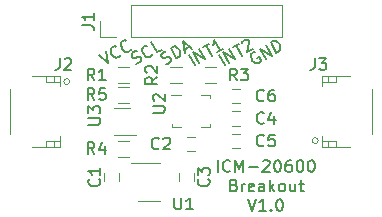
<source format=gto>
G04 #@! TF.FileFunction,Legend,Top*
%FSLAX46Y46*%
G04 Gerber Fmt 4.6, Leading zero omitted, Abs format (unit mm)*
G04 Created by KiCad (PCBNEW 4.0.7) date 08/23/19 12:17:46*
%MOMM*%
%LPD*%
G01*
G04 APERTURE LIST*
%ADD10C,0.100000*%
%ADD11C,0.150000*%
%ADD12C,0.120000*%
G04 APERTURE END LIST*
D10*
D11*
X154051191Y-109688381D02*
X154384524Y-110688381D01*
X154717858Y-109688381D01*
X155575001Y-110688381D02*
X155003572Y-110688381D01*
X155289286Y-110688381D02*
X155289286Y-109688381D01*
X155194048Y-109831238D01*
X155098810Y-109926476D01*
X155003572Y-109974095D01*
X156003572Y-110593143D02*
X156051191Y-110640762D01*
X156003572Y-110688381D01*
X155955953Y-110640762D01*
X156003572Y-110593143D01*
X156003572Y-110688381D01*
X156670238Y-109688381D02*
X156765477Y-109688381D01*
X156860715Y-109736000D01*
X156908334Y-109783619D01*
X156955953Y-109878857D01*
X157003572Y-110069333D01*
X157003572Y-110307429D01*
X156955953Y-110497905D01*
X156908334Y-110593143D01*
X156860715Y-110640762D01*
X156765477Y-110688381D01*
X156670238Y-110688381D01*
X156575000Y-110640762D01*
X156527381Y-110593143D01*
X156479762Y-110497905D01*
X156432143Y-110307429D01*
X156432143Y-110069333D01*
X156479762Y-109878857D01*
X156527381Y-109783619D01*
X156575000Y-109736000D01*
X156670238Y-109688381D01*
X152860714Y-108513571D02*
X153003571Y-108561190D01*
X153051190Y-108608810D01*
X153098809Y-108704048D01*
X153098809Y-108846905D01*
X153051190Y-108942143D01*
X153003571Y-108989762D01*
X152908333Y-109037381D01*
X152527380Y-109037381D01*
X152527380Y-108037381D01*
X152860714Y-108037381D01*
X152955952Y-108085000D01*
X153003571Y-108132619D01*
X153051190Y-108227857D01*
X153051190Y-108323095D01*
X153003571Y-108418333D01*
X152955952Y-108465952D01*
X152860714Y-108513571D01*
X152527380Y-108513571D01*
X153527380Y-109037381D02*
X153527380Y-108370714D01*
X153527380Y-108561190D02*
X153574999Y-108465952D01*
X153622618Y-108418333D01*
X153717856Y-108370714D01*
X153813095Y-108370714D01*
X154527381Y-108989762D02*
X154432143Y-109037381D01*
X154241666Y-109037381D01*
X154146428Y-108989762D01*
X154098809Y-108894524D01*
X154098809Y-108513571D01*
X154146428Y-108418333D01*
X154241666Y-108370714D01*
X154432143Y-108370714D01*
X154527381Y-108418333D01*
X154575000Y-108513571D01*
X154575000Y-108608810D01*
X154098809Y-108704048D01*
X155432143Y-109037381D02*
X155432143Y-108513571D01*
X155384524Y-108418333D01*
X155289286Y-108370714D01*
X155098809Y-108370714D01*
X155003571Y-108418333D01*
X155432143Y-108989762D02*
X155336905Y-109037381D01*
X155098809Y-109037381D01*
X155003571Y-108989762D01*
X154955952Y-108894524D01*
X154955952Y-108799286D01*
X155003571Y-108704048D01*
X155098809Y-108656429D01*
X155336905Y-108656429D01*
X155432143Y-108608810D01*
X155908333Y-109037381D02*
X155908333Y-108037381D01*
X156003571Y-108656429D02*
X156289286Y-109037381D01*
X156289286Y-108370714D02*
X155908333Y-108751667D01*
X156860714Y-109037381D02*
X156765476Y-108989762D01*
X156717857Y-108942143D01*
X156670238Y-108846905D01*
X156670238Y-108561190D01*
X156717857Y-108465952D01*
X156765476Y-108418333D01*
X156860714Y-108370714D01*
X157003572Y-108370714D01*
X157098810Y-108418333D01*
X157146429Y-108465952D01*
X157194048Y-108561190D01*
X157194048Y-108846905D01*
X157146429Y-108942143D01*
X157098810Y-108989762D01*
X157003572Y-109037381D01*
X156860714Y-109037381D01*
X158051191Y-108370714D02*
X158051191Y-109037381D01*
X157622619Y-108370714D02*
X157622619Y-108894524D01*
X157670238Y-108989762D01*
X157765476Y-109037381D01*
X157908334Y-109037381D01*
X158003572Y-108989762D01*
X158051191Y-108942143D01*
X158384524Y-108370714D02*
X158765476Y-108370714D01*
X158527381Y-108037381D02*
X158527381Y-108894524D01*
X158575000Y-108989762D01*
X158670238Y-109037381D01*
X158765476Y-109037381D01*
X151503572Y-107386381D02*
X151503572Y-106386381D01*
X152551191Y-107291143D02*
X152503572Y-107338762D01*
X152360715Y-107386381D01*
X152265477Y-107386381D01*
X152122619Y-107338762D01*
X152027381Y-107243524D01*
X151979762Y-107148286D01*
X151932143Y-106957810D01*
X151932143Y-106814952D01*
X151979762Y-106624476D01*
X152027381Y-106529238D01*
X152122619Y-106434000D01*
X152265477Y-106386381D01*
X152360715Y-106386381D01*
X152503572Y-106434000D01*
X152551191Y-106481619D01*
X152979762Y-107386381D02*
X152979762Y-106386381D01*
X153313096Y-107100667D01*
X153646429Y-106386381D01*
X153646429Y-107386381D01*
X154122619Y-107005429D02*
X154884524Y-107005429D01*
X155313095Y-106481619D02*
X155360714Y-106434000D01*
X155455952Y-106386381D01*
X155694048Y-106386381D01*
X155789286Y-106434000D01*
X155836905Y-106481619D01*
X155884524Y-106576857D01*
X155884524Y-106672095D01*
X155836905Y-106814952D01*
X155265476Y-107386381D01*
X155884524Y-107386381D01*
X156503571Y-106386381D02*
X156598810Y-106386381D01*
X156694048Y-106434000D01*
X156741667Y-106481619D01*
X156789286Y-106576857D01*
X156836905Y-106767333D01*
X156836905Y-107005429D01*
X156789286Y-107195905D01*
X156741667Y-107291143D01*
X156694048Y-107338762D01*
X156598810Y-107386381D01*
X156503571Y-107386381D01*
X156408333Y-107338762D01*
X156360714Y-107291143D01*
X156313095Y-107195905D01*
X156265476Y-107005429D01*
X156265476Y-106767333D01*
X156313095Y-106576857D01*
X156360714Y-106481619D01*
X156408333Y-106434000D01*
X156503571Y-106386381D01*
X157694048Y-106386381D02*
X157503571Y-106386381D01*
X157408333Y-106434000D01*
X157360714Y-106481619D01*
X157265476Y-106624476D01*
X157217857Y-106814952D01*
X157217857Y-107195905D01*
X157265476Y-107291143D01*
X157313095Y-107338762D01*
X157408333Y-107386381D01*
X157598810Y-107386381D01*
X157694048Y-107338762D01*
X157741667Y-107291143D01*
X157789286Y-107195905D01*
X157789286Y-106957810D01*
X157741667Y-106862571D01*
X157694048Y-106814952D01*
X157598810Y-106767333D01*
X157408333Y-106767333D01*
X157313095Y-106814952D01*
X157265476Y-106862571D01*
X157217857Y-106957810D01*
X158408333Y-106386381D02*
X158503572Y-106386381D01*
X158598810Y-106434000D01*
X158646429Y-106481619D01*
X158694048Y-106576857D01*
X158741667Y-106767333D01*
X158741667Y-107005429D01*
X158694048Y-107195905D01*
X158646429Y-107291143D01*
X158598810Y-107338762D01*
X158503572Y-107386381D01*
X158408333Y-107386381D01*
X158313095Y-107338762D01*
X158265476Y-107291143D01*
X158217857Y-107195905D01*
X158170238Y-107005429D01*
X158170238Y-106767333D01*
X158217857Y-106576857D01*
X158265476Y-106481619D01*
X158313095Y-106434000D01*
X158408333Y-106386381D01*
X159360714Y-106386381D02*
X159455953Y-106386381D01*
X159551191Y-106434000D01*
X159598810Y-106481619D01*
X159646429Y-106576857D01*
X159694048Y-106767333D01*
X159694048Y-107005429D01*
X159646429Y-107195905D01*
X159598810Y-107291143D01*
X159551191Y-107338762D01*
X159455953Y-107386381D01*
X159360714Y-107386381D01*
X159265476Y-107338762D01*
X159217857Y-107291143D01*
X159170238Y-107195905D01*
X159122619Y-107005429D01*
X159122619Y-106767333D01*
X159170238Y-106576857D01*
X159217857Y-106481619D01*
X159265476Y-106434000D01*
X159360714Y-106386381D01*
X141446490Y-97474415D02*
X142235165Y-98173773D01*
X142023841Y-97141081D01*
X143259769Y-97472247D02*
X143242339Y-97537296D01*
X143142431Y-97649963D01*
X143059952Y-97697582D01*
X142912424Y-97727772D01*
X142782326Y-97692913D01*
X142693468Y-97634244D01*
X142556991Y-97493096D01*
X142485562Y-97369377D01*
X142431563Y-97180611D01*
X142425183Y-97074323D01*
X142460043Y-96944225D01*
X142559952Y-96831557D01*
X142642431Y-96783938D01*
X142789958Y-96753749D01*
X142855007Y-96771179D01*
X144125794Y-96972247D02*
X144108364Y-97037296D01*
X144008456Y-97149963D01*
X143925978Y-97197582D01*
X143778449Y-97227772D01*
X143648352Y-97192913D01*
X143559494Y-97134244D01*
X143423016Y-96993096D01*
X143351587Y-96869377D01*
X143297589Y-96680611D01*
X143291209Y-96574323D01*
X143326068Y-96444225D01*
X143425978Y-96331557D01*
X143508456Y-96283938D01*
X143655983Y-96253749D01*
X143721032Y-96271179D01*
X144586399Y-98227772D02*
X144733926Y-98197583D01*
X144940123Y-98078535D01*
X144998792Y-97989677D01*
X145016222Y-97924628D01*
X145009842Y-97818340D01*
X144962223Y-97735861D01*
X144873365Y-97677192D01*
X144808316Y-97659763D01*
X144702028Y-97666141D01*
X144513260Y-97720141D01*
X144406972Y-97726520D01*
X144341923Y-97709091D01*
X144253065Y-97650422D01*
X144205446Y-97567943D01*
X144199066Y-97461655D01*
X144216496Y-97396606D01*
X144275165Y-97307748D01*
X144481362Y-97188700D01*
X144628890Y-97158511D01*
X145923486Y-97400818D02*
X145906057Y-97465867D01*
X145806148Y-97578535D01*
X145723670Y-97626154D01*
X145576142Y-97656344D01*
X145446044Y-97621484D01*
X145357186Y-97562815D01*
X145220709Y-97421668D01*
X145149280Y-97297949D01*
X145095281Y-97109182D01*
X145088901Y-97002894D01*
X145123761Y-96872797D01*
X145223670Y-96760129D01*
X145306148Y-96712510D01*
X145453676Y-96682320D01*
X145518724Y-96699750D01*
X146754652Y-97030916D02*
X146342259Y-97269011D01*
X145842259Y-96402986D01*
X147105778Y-98239677D02*
X147253306Y-98209488D01*
X147459503Y-98090440D01*
X147518172Y-98001582D01*
X147535602Y-97936533D01*
X147529222Y-97830245D01*
X147481603Y-97747766D01*
X147392745Y-97689097D01*
X147327696Y-97671668D01*
X147221407Y-97678046D01*
X147032640Y-97732046D01*
X146926352Y-97738425D01*
X146861303Y-97720996D01*
X146772445Y-97662327D01*
X146724826Y-97579848D01*
X146718446Y-97473560D01*
X146735876Y-97408511D01*
X146794545Y-97319653D01*
X147000742Y-97200605D01*
X147148270Y-97170416D01*
X147995613Y-97780916D02*
X147495613Y-96914891D01*
X147701810Y-96795844D01*
X147849338Y-96765654D01*
X147979435Y-96800513D01*
X148068294Y-96859182D01*
X148204771Y-97000330D01*
X148276200Y-97124049D01*
X148330199Y-97312815D01*
X148336578Y-97419103D01*
X148301719Y-97549201D01*
X148201810Y-97661869D01*
X147995613Y-97780916D01*
X148677543Y-97057290D02*
X149089936Y-96819195D01*
X148737921Y-97352345D02*
X148526596Y-96319653D01*
X149315272Y-97019011D01*
X149525251Y-98364249D02*
X149025251Y-97498224D01*
X149937644Y-98126154D02*
X149437644Y-97260129D01*
X150432516Y-97840440D01*
X149932516Y-96974415D01*
X150221191Y-96807748D02*
X150716063Y-96522034D01*
X150968626Y-97530916D02*
X150468626Y-96664891D01*
X151958370Y-96959487D02*
X151463498Y-97245202D01*
X151710934Y-97102345D02*
X151210934Y-96236320D01*
X151199884Y-96407656D01*
X151165024Y-96537754D01*
X151106355Y-96626612D01*
X152065251Y-98364249D02*
X151565251Y-97498224D01*
X152477644Y-98126154D02*
X151977644Y-97260129D01*
X152972516Y-97840440D01*
X152472516Y-96974415D01*
X152761191Y-96807748D02*
X153256063Y-96522034D01*
X153508626Y-97530916D02*
X153008626Y-96664891D01*
X153551117Y-96461655D02*
X153568547Y-96396606D01*
X153627216Y-96307748D01*
X153833413Y-96188700D01*
X153939701Y-96182320D01*
X154004750Y-96199750D01*
X154093608Y-96258419D01*
X154141227Y-96340898D01*
X154171416Y-96488425D01*
X153962259Y-97269011D01*
X154498370Y-96959487D01*
X154665172Y-97229939D02*
X154558884Y-97236319D01*
X154435166Y-97307748D01*
X154335257Y-97420416D01*
X154300397Y-97550513D01*
X154306777Y-97656801D01*
X154360776Y-97845568D01*
X154432205Y-97969287D01*
X154568682Y-98110434D01*
X154657540Y-98169103D01*
X154787638Y-98203963D01*
X154935166Y-98173773D01*
X155017644Y-98126154D01*
X155117553Y-98013486D01*
X155134983Y-97948437D01*
X154968316Y-97659763D01*
X154803359Y-97755001D01*
X155553755Y-97816630D02*
X155053755Y-96950605D01*
X156048627Y-97530916D01*
X155548627Y-96664891D01*
X156461020Y-97292821D02*
X155961020Y-96426796D01*
X156167216Y-96307748D01*
X156314744Y-96277558D01*
X156444842Y-96312418D01*
X156533700Y-96371087D01*
X156670177Y-96512234D01*
X156741606Y-96635953D01*
X156795605Y-96824720D01*
X156801985Y-96931008D01*
X156767125Y-97061105D01*
X156667216Y-97173773D01*
X156461020Y-97292821D01*
D12*
X141894000Y-108173000D02*
X141894000Y-107473000D01*
X143094000Y-107473000D02*
X143094000Y-108173000D01*
X149575000Y-105629000D02*
X148875000Y-105629000D01*
X148875000Y-104429000D02*
X149575000Y-104429000D01*
X148244000Y-108173000D02*
X148244000Y-107473000D01*
X149444000Y-107473000D02*
X149444000Y-108173000D01*
X153385000Y-103470000D02*
X152685000Y-103470000D01*
X152685000Y-102270000D02*
X153385000Y-102270000D01*
X153385000Y-105375000D02*
X152685000Y-105375000D01*
X152685000Y-104175000D02*
X153385000Y-104175000D01*
X153385000Y-101565000D02*
X152685000Y-101565000D01*
X152685000Y-100365000D02*
X153385000Y-100365000D01*
X156905000Y-95945000D02*
X156905000Y-93285000D01*
X144145000Y-95945000D02*
X156905000Y-95945000D01*
X144145000Y-93285000D02*
X156905000Y-93285000D01*
X144145000Y-95945000D02*
X144145000Y-93285000D01*
X142875000Y-95945000D02*
X141545000Y-95945000D01*
X141545000Y-95945000D02*
X141545000Y-94615000D01*
X138962500Y-99735000D02*
G75*
G03X138962500Y-99735000I-250000J0D01*
G01*
X133887500Y-100335000D02*
X133887500Y-104135000D01*
X135787500Y-99235000D02*
X138137500Y-99235000D01*
X138137500Y-99235000D02*
X138137500Y-100135000D01*
X138137500Y-99735000D02*
X136937500Y-99735000D01*
X136937500Y-99735000D02*
X136937500Y-99735000D01*
X136937500Y-99735000D02*
X138137500Y-99735000D01*
X138137500Y-99735000D02*
X138137500Y-99735000D01*
X137637500Y-99735000D02*
X137637500Y-99735000D01*
X137637500Y-99735000D02*
X137637500Y-99235000D01*
X137637500Y-99235000D02*
X137637500Y-99235000D01*
X137637500Y-99235000D02*
X137637500Y-99735000D01*
X136937500Y-99735000D02*
X136937500Y-99735000D01*
X136937500Y-99735000D02*
X136937500Y-99235000D01*
X136937500Y-99235000D02*
X136937500Y-99235000D01*
X136937500Y-99235000D02*
X136937500Y-99735000D01*
X135787500Y-105235000D02*
X138137500Y-105235000D01*
X138137500Y-105235000D02*
X138137500Y-104335000D01*
X138137500Y-104735000D02*
X136937500Y-104735000D01*
X136937500Y-104735000D02*
X136937500Y-104735000D01*
X136937500Y-104735000D02*
X138137500Y-104735000D01*
X138137500Y-104735000D02*
X138137500Y-104735000D01*
X137637500Y-104735000D02*
X137637500Y-104735000D01*
X137637500Y-104735000D02*
X137637500Y-105235000D01*
X137637500Y-105235000D02*
X137637500Y-105235000D01*
X137637500Y-105235000D02*
X137637500Y-104735000D01*
X136937500Y-104735000D02*
X136937500Y-104735000D01*
X136937500Y-104735000D02*
X136937500Y-105235000D01*
X136937500Y-105235000D02*
X136937500Y-105235000D01*
X136937500Y-105235000D02*
X136937500Y-104735000D01*
X159987500Y-104735000D02*
G75*
G03X159987500Y-104735000I-250000J0D01*
G01*
X164562500Y-104135000D02*
X164562500Y-100335000D01*
X162662500Y-105235000D02*
X160312500Y-105235000D01*
X160312500Y-105235000D02*
X160312500Y-104335000D01*
X160312500Y-104735000D02*
X161512500Y-104735000D01*
X161512500Y-104735000D02*
X161512500Y-104735000D01*
X161512500Y-104735000D02*
X160312500Y-104735000D01*
X160312500Y-104735000D02*
X160312500Y-104735000D01*
X160812500Y-104735000D02*
X160812500Y-104735000D01*
X160812500Y-104735000D02*
X160812500Y-105235000D01*
X160812500Y-105235000D02*
X160812500Y-105235000D01*
X160812500Y-105235000D02*
X160812500Y-104735000D01*
X161512500Y-104735000D02*
X161512500Y-104735000D01*
X161512500Y-104735000D02*
X161512500Y-105235000D01*
X161512500Y-105235000D02*
X161512500Y-105235000D01*
X161512500Y-105235000D02*
X161512500Y-104735000D01*
X162662500Y-99235000D02*
X160312500Y-99235000D01*
X160312500Y-99235000D02*
X160312500Y-100135000D01*
X160312500Y-99735000D02*
X161512500Y-99735000D01*
X161512500Y-99735000D02*
X161512500Y-99735000D01*
X161512500Y-99735000D02*
X160312500Y-99735000D01*
X160312500Y-99735000D02*
X160312500Y-99735000D01*
X160812500Y-99735000D02*
X160812500Y-99735000D01*
X160812500Y-99735000D02*
X160812500Y-99235000D01*
X160812500Y-99235000D02*
X160812500Y-99235000D01*
X160812500Y-99235000D02*
X160812500Y-99735000D01*
X161512500Y-99735000D02*
X161512500Y-99735000D01*
X161512500Y-99735000D02*
X161512500Y-99235000D01*
X161512500Y-99235000D02*
X161512500Y-99235000D01*
X161512500Y-99235000D02*
X161512500Y-99735000D01*
X144010000Y-99867000D02*
X143010000Y-99867000D01*
X143010000Y-98507000D02*
X144010000Y-98507000D01*
X148455000Y-99867000D02*
X147455000Y-99867000D01*
X147455000Y-98507000D02*
X148455000Y-98507000D01*
X150376000Y-98507000D02*
X151376000Y-98507000D01*
X151376000Y-99867000D02*
X150376000Y-99867000D01*
X143010000Y-104730000D02*
X144010000Y-104730000D01*
X144010000Y-106090000D02*
X143010000Y-106090000D01*
X144010000Y-101518000D02*
X143010000Y-101518000D01*
X143010000Y-100158000D02*
X144010000Y-100158000D01*
X144769000Y-109814000D02*
X146569000Y-109814000D01*
X146569000Y-106594000D02*
X144119000Y-106594000D01*
D10*
X147525000Y-100885000D02*
X148345000Y-100885000D01*
X147625000Y-103585000D02*
X148345000Y-103585000D01*
X147625000Y-103585000D02*
X147625000Y-103365000D01*
X150825000Y-103365000D02*
X150825000Y-103585000D01*
X150825000Y-103585000D02*
X150105000Y-103585000D01*
X150105000Y-100885000D02*
X150825000Y-100885000D01*
X150825000Y-100885000D02*
X150825000Y-101105000D01*
D12*
X142683000Y-104284000D02*
X144583000Y-104284000D01*
X144083000Y-101964000D02*
X142683000Y-101964000D01*
D11*
X141454143Y-107989666D02*
X141501762Y-108037285D01*
X141549381Y-108180142D01*
X141549381Y-108275380D01*
X141501762Y-108418238D01*
X141406524Y-108513476D01*
X141311286Y-108561095D01*
X141120810Y-108608714D01*
X140977952Y-108608714D01*
X140787476Y-108561095D01*
X140692238Y-108513476D01*
X140597000Y-108418238D01*
X140549381Y-108275380D01*
X140549381Y-108180142D01*
X140597000Y-108037285D01*
X140644619Y-107989666D01*
X141549381Y-107037285D02*
X141549381Y-107608714D01*
X141549381Y-107323000D02*
X140549381Y-107323000D01*
X140692238Y-107418238D01*
X140787476Y-107513476D01*
X140835095Y-107608714D01*
X146518334Y-105386143D02*
X146470715Y-105433762D01*
X146327858Y-105481381D01*
X146232620Y-105481381D01*
X146089762Y-105433762D01*
X145994524Y-105338524D01*
X145946905Y-105243286D01*
X145899286Y-105052810D01*
X145899286Y-104909952D01*
X145946905Y-104719476D01*
X145994524Y-104624238D01*
X146089762Y-104529000D01*
X146232620Y-104481381D01*
X146327858Y-104481381D01*
X146470715Y-104529000D01*
X146518334Y-104576619D01*
X146899286Y-104576619D02*
X146946905Y-104529000D01*
X147042143Y-104481381D01*
X147280239Y-104481381D01*
X147375477Y-104529000D01*
X147423096Y-104576619D01*
X147470715Y-104671857D01*
X147470715Y-104767095D01*
X147423096Y-104909952D01*
X146851667Y-105481381D01*
X147470715Y-105481381D01*
X150701143Y-107989666D02*
X150748762Y-108037285D01*
X150796381Y-108180142D01*
X150796381Y-108275380D01*
X150748762Y-108418238D01*
X150653524Y-108513476D01*
X150558286Y-108561095D01*
X150367810Y-108608714D01*
X150224952Y-108608714D01*
X150034476Y-108561095D01*
X149939238Y-108513476D01*
X149844000Y-108418238D01*
X149796381Y-108275380D01*
X149796381Y-108180142D01*
X149844000Y-108037285D01*
X149891619Y-107989666D01*
X149796381Y-107656333D02*
X149796381Y-107037285D01*
X150177333Y-107370619D01*
X150177333Y-107227761D01*
X150224952Y-107132523D01*
X150272571Y-107084904D01*
X150367810Y-107037285D01*
X150605905Y-107037285D01*
X150701143Y-107084904D01*
X150748762Y-107132523D01*
X150796381Y-107227761D01*
X150796381Y-107513476D01*
X150748762Y-107608714D01*
X150701143Y-107656333D01*
X155408334Y-103227143D02*
X155360715Y-103274762D01*
X155217858Y-103322381D01*
X155122620Y-103322381D01*
X154979762Y-103274762D01*
X154884524Y-103179524D01*
X154836905Y-103084286D01*
X154789286Y-102893810D01*
X154789286Y-102750952D01*
X154836905Y-102560476D01*
X154884524Y-102465238D01*
X154979762Y-102370000D01*
X155122620Y-102322381D01*
X155217858Y-102322381D01*
X155360715Y-102370000D01*
X155408334Y-102417619D01*
X156265477Y-102655714D02*
X156265477Y-103322381D01*
X156027381Y-102274762D02*
X155789286Y-102989048D01*
X156408334Y-102989048D01*
X155408334Y-105132143D02*
X155360715Y-105179762D01*
X155217858Y-105227381D01*
X155122620Y-105227381D01*
X154979762Y-105179762D01*
X154884524Y-105084524D01*
X154836905Y-104989286D01*
X154789286Y-104798810D01*
X154789286Y-104655952D01*
X154836905Y-104465476D01*
X154884524Y-104370238D01*
X154979762Y-104275000D01*
X155122620Y-104227381D01*
X155217858Y-104227381D01*
X155360715Y-104275000D01*
X155408334Y-104322619D01*
X156313096Y-104227381D02*
X155836905Y-104227381D01*
X155789286Y-104703571D01*
X155836905Y-104655952D01*
X155932143Y-104608333D01*
X156170239Y-104608333D01*
X156265477Y-104655952D01*
X156313096Y-104703571D01*
X156360715Y-104798810D01*
X156360715Y-105036905D01*
X156313096Y-105132143D01*
X156265477Y-105179762D01*
X156170239Y-105227381D01*
X155932143Y-105227381D01*
X155836905Y-105179762D01*
X155789286Y-105132143D01*
X155408334Y-101322143D02*
X155360715Y-101369762D01*
X155217858Y-101417381D01*
X155122620Y-101417381D01*
X154979762Y-101369762D01*
X154884524Y-101274524D01*
X154836905Y-101179286D01*
X154789286Y-100988810D01*
X154789286Y-100845952D01*
X154836905Y-100655476D01*
X154884524Y-100560238D01*
X154979762Y-100465000D01*
X155122620Y-100417381D01*
X155217858Y-100417381D01*
X155360715Y-100465000D01*
X155408334Y-100512619D01*
X156265477Y-100417381D02*
X156075000Y-100417381D01*
X155979762Y-100465000D01*
X155932143Y-100512619D01*
X155836905Y-100655476D01*
X155789286Y-100845952D01*
X155789286Y-101226905D01*
X155836905Y-101322143D01*
X155884524Y-101369762D01*
X155979762Y-101417381D01*
X156170239Y-101417381D01*
X156265477Y-101369762D01*
X156313096Y-101322143D01*
X156360715Y-101226905D01*
X156360715Y-100988810D01*
X156313096Y-100893571D01*
X156265477Y-100845952D01*
X156170239Y-100798333D01*
X155979762Y-100798333D01*
X155884524Y-100845952D01*
X155836905Y-100893571D01*
X155789286Y-100988810D01*
X139997381Y-94948333D02*
X140711667Y-94948333D01*
X140854524Y-94995953D01*
X140949762Y-95091191D01*
X140997381Y-95234048D01*
X140997381Y-95329286D01*
X140997381Y-93948333D02*
X140997381Y-94519762D01*
X140997381Y-94234048D02*
X139997381Y-94234048D01*
X140140238Y-94329286D01*
X140235476Y-94424524D01*
X140283095Y-94519762D01*
X138096667Y-97750381D02*
X138096667Y-98464667D01*
X138049047Y-98607524D01*
X137953809Y-98702762D01*
X137810952Y-98750381D01*
X137715714Y-98750381D01*
X138525238Y-97845619D02*
X138572857Y-97798000D01*
X138668095Y-97750381D01*
X138906191Y-97750381D01*
X139001429Y-97798000D01*
X139049048Y-97845619D01*
X139096667Y-97940857D01*
X139096667Y-98036095D01*
X139049048Y-98178952D01*
X138477619Y-98750381D01*
X139096667Y-98750381D01*
X159686667Y-97750381D02*
X159686667Y-98464667D01*
X159639047Y-98607524D01*
X159543809Y-98702762D01*
X159400952Y-98750381D01*
X159305714Y-98750381D01*
X160067619Y-97750381D02*
X160686667Y-97750381D01*
X160353333Y-98131333D01*
X160496191Y-98131333D01*
X160591429Y-98178952D01*
X160639048Y-98226571D01*
X160686667Y-98321810D01*
X160686667Y-98559905D01*
X160639048Y-98655143D01*
X160591429Y-98702762D01*
X160496191Y-98750381D01*
X160210476Y-98750381D01*
X160115238Y-98702762D01*
X160067619Y-98655143D01*
X141057334Y-99639381D02*
X140724000Y-99163190D01*
X140485905Y-99639381D02*
X140485905Y-98639381D01*
X140866858Y-98639381D01*
X140962096Y-98687000D01*
X141009715Y-98734619D01*
X141057334Y-98829857D01*
X141057334Y-98972714D01*
X141009715Y-99067952D01*
X140962096Y-99115571D01*
X140866858Y-99163190D01*
X140485905Y-99163190D01*
X142009715Y-99639381D02*
X141438286Y-99639381D01*
X141724000Y-99639381D02*
X141724000Y-98639381D01*
X141628762Y-98782238D01*
X141533524Y-98877476D01*
X141438286Y-98925095D01*
X146375381Y-99353666D02*
X145899190Y-99687000D01*
X146375381Y-99925095D02*
X145375381Y-99925095D01*
X145375381Y-99544142D01*
X145423000Y-99448904D01*
X145470619Y-99401285D01*
X145565857Y-99353666D01*
X145708714Y-99353666D01*
X145803952Y-99401285D01*
X145851571Y-99448904D01*
X145899190Y-99544142D01*
X145899190Y-99925095D01*
X145470619Y-98972714D02*
X145423000Y-98925095D01*
X145375381Y-98829857D01*
X145375381Y-98591761D01*
X145423000Y-98496523D01*
X145470619Y-98448904D01*
X145565857Y-98401285D01*
X145661095Y-98401285D01*
X145803952Y-98448904D01*
X146375381Y-99020333D01*
X146375381Y-98401285D01*
X153122334Y-99639381D02*
X152789000Y-99163190D01*
X152550905Y-99639381D02*
X152550905Y-98639381D01*
X152931858Y-98639381D01*
X153027096Y-98687000D01*
X153074715Y-98734619D01*
X153122334Y-98829857D01*
X153122334Y-98972714D01*
X153074715Y-99067952D01*
X153027096Y-99115571D01*
X152931858Y-99163190D01*
X152550905Y-99163190D01*
X153455667Y-98639381D02*
X154074715Y-98639381D01*
X153741381Y-99020333D01*
X153884239Y-99020333D01*
X153979477Y-99067952D01*
X154027096Y-99115571D01*
X154074715Y-99210810D01*
X154074715Y-99448905D01*
X154027096Y-99544143D01*
X153979477Y-99591762D01*
X153884239Y-99639381D01*
X153598524Y-99639381D01*
X153503286Y-99591762D01*
X153455667Y-99544143D01*
X141057334Y-105862381D02*
X140724000Y-105386190D01*
X140485905Y-105862381D02*
X140485905Y-104862381D01*
X140866858Y-104862381D01*
X140962096Y-104910000D01*
X141009715Y-104957619D01*
X141057334Y-105052857D01*
X141057334Y-105195714D01*
X141009715Y-105290952D01*
X140962096Y-105338571D01*
X140866858Y-105386190D01*
X140485905Y-105386190D01*
X141914477Y-105195714D02*
X141914477Y-105862381D01*
X141676381Y-104814762D02*
X141438286Y-105529048D01*
X142057334Y-105529048D01*
X141057334Y-101290381D02*
X140724000Y-100814190D01*
X140485905Y-101290381D02*
X140485905Y-100290381D01*
X140866858Y-100290381D01*
X140962096Y-100338000D01*
X141009715Y-100385619D01*
X141057334Y-100480857D01*
X141057334Y-100623714D01*
X141009715Y-100718952D01*
X140962096Y-100766571D01*
X140866858Y-100814190D01*
X140485905Y-100814190D01*
X141962096Y-100290381D02*
X141485905Y-100290381D01*
X141438286Y-100766571D01*
X141485905Y-100718952D01*
X141581143Y-100671333D01*
X141819239Y-100671333D01*
X141914477Y-100718952D01*
X141962096Y-100766571D01*
X142009715Y-100861810D01*
X142009715Y-101099905D01*
X141962096Y-101195143D01*
X141914477Y-101242762D01*
X141819239Y-101290381D01*
X141581143Y-101290381D01*
X141485905Y-101242762D01*
X141438286Y-101195143D01*
X147828095Y-109561381D02*
X147828095Y-110370905D01*
X147875714Y-110466143D01*
X147923333Y-110513762D01*
X148018571Y-110561381D01*
X148209048Y-110561381D01*
X148304286Y-110513762D01*
X148351905Y-110466143D01*
X148399524Y-110370905D01*
X148399524Y-109561381D01*
X149399524Y-110561381D02*
X148828095Y-110561381D01*
X149113809Y-110561381D02*
X149113809Y-109561381D01*
X149018571Y-109704238D01*
X148923333Y-109799476D01*
X148828095Y-109847095D01*
X146010381Y-102361905D02*
X146819905Y-102361905D01*
X146915143Y-102314286D01*
X146962762Y-102266667D01*
X147010381Y-102171429D01*
X147010381Y-101980952D01*
X146962762Y-101885714D01*
X146915143Y-101838095D01*
X146819905Y-101790476D01*
X146010381Y-101790476D01*
X146105619Y-101361905D02*
X146058000Y-101314286D01*
X146010381Y-101219048D01*
X146010381Y-100980952D01*
X146058000Y-100885714D01*
X146105619Y-100838095D01*
X146200857Y-100790476D01*
X146296095Y-100790476D01*
X146438952Y-100838095D01*
X147010381Y-101409524D01*
X147010381Y-100790476D01*
X140549381Y-103377905D02*
X141358905Y-103377905D01*
X141454143Y-103330286D01*
X141501762Y-103282667D01*
X141549381Y-103187429D01*
X141549381Y-102996952D01*
X141501762Y-102901714D01*
X141454143Y-102854095D01*
X141358905Y-102806476D01*
X140549381Y-102806476D01*
X140549381Y-102425524D02*
X140549381Y-101806476D01*
X140930333Y-102139810D01*
X140930333Y-101996952D01*
X140977952Y-101901714D01*
X141025571Y-101854095D01*
X141120810Y-101806476D01*
X141358905Y-101806476D01*
X141454143Y-101854095D01*
X141501762Y-101901714D01*
X141549381Y-101996952D01*
X141549381Y-102282667D01*
X141501762Y-102377905D01*
X141454143Y-102425524D01*
M02*

</source>
